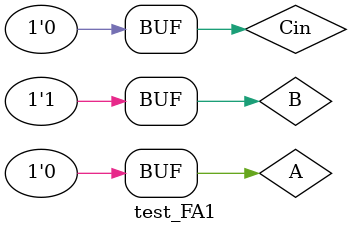
<source format=v>
module test_FA1; //test bench to test FA1 (Full Adder)

	// Inputs are regs here
	reg A, B, Cin;
		
	// Outputs are wires here
	wire S, Cout;
	
	// Instantiate the Unit/Design Under Test (U/DUT)
	// FA1 dut (Sum, Cout, A, B, Cin);  // Positional association
	FA1 dut (.A(A), .B(B), .Cin(Cin), .Sum(S), .Cout(Cout));  // Explicit association

	initial begin
		// Initialize Inputs		
		A = 0; B = 0; Cin = 0;
		#10	
		Cin = 1;
		#10
		B = 1; 
		#10
		A = 1;
		#10
		A = 0;
		#10
		Cin = 0;		
	end
	
	initial begin
		$monitor("A=%b,B=%b,Cin=%b--->Sum=%b,Cout=%b  \n",A,B,Cin,S,Cout);		
	end
	      
endmodule
</source>
